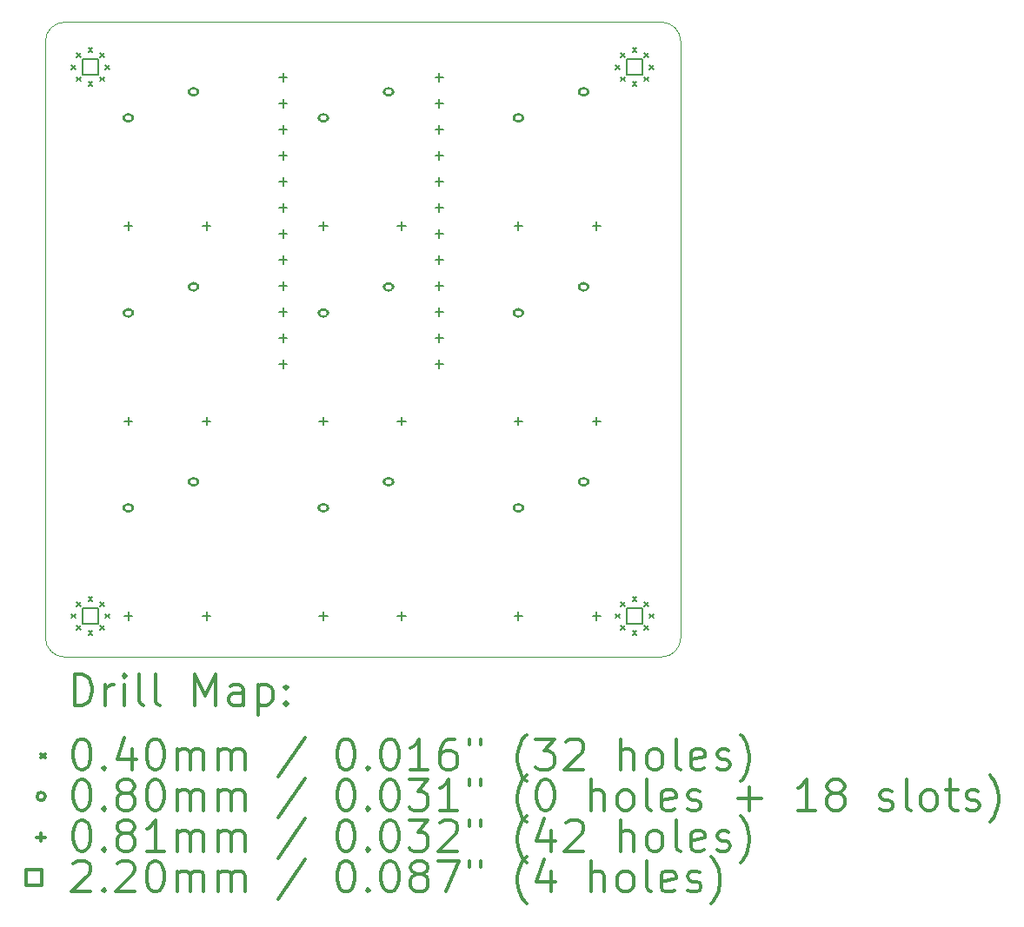
<source format=gbr>
%FSLAX45Y45*%
G04 Gerber Fmt 4.5, Leading zero omitted, Abs format (unit mm)*
G04 Created by KiCad (PCBNEW 5.1.6-1.fc32) date 2020-07-08 21:06:15*
%MOMM*%
%LPD*%
G01*
G04 APERTURE LIST*
%TA.AperFunction,Profile*%
%ADD10C,0.050000*%
%TD*%
%ADD11C,0.200000*%
%ADD12C,0.300000*%
G04 APERTURE END LIST*
D10*
X9000000Y-15000000D02*
X14812500Y-15000000D01*
X8812500Y-9000000D02*
X8812500Y-14812500D01*
X14812500Y-8812500D02*
X9000000Y-8812500D01*
X15000000Y-14812500D02*
X15000000Y-9000000D01*
X15000000Y-14812500D02*
G75*
G02*
X14812500Y-15000000I-187500J0D01*
G01*
X8812500Y-9000000D02*
G75*
G02*
X9000000Y-8812500I187500J0D01*
G01*
X9000000Y-15000000D02*
G75*
G02*
X8812500Y-14812500I0J187500D01*
G01*
X14812500Y-8812500D02*
G75*
G02*
X15000000Y-9000000I0J-187500D01*
G01*
D11*
X14365000Y-14580000D02*
X14405000Y-14620000D01*
X14405000Y-14580000D02*
X14365000Y-14620000D01*
X14413327Y-14463327D02*
X14453327Y-14503327D01*
X14453327Y-14463327D02*
X14413327Y-14503327D01*
X14413327Y-14696673D02*
X14453327Y-14736673D01*
X14453327Y-14696673D02*
X14413327Y-14736673D01*
X14530000Y-14415000D02*
X14570000Y-14455000D01*
X14570000Y-14415000D02*
X14530000Y-14455000D01*
X14530000Y-14745000D02*
X14570000Y-14785000D01*
X14570000Y-14745000D02*
X14530000Y-14785000D01*
X14646673Y-14463327D02*
X14686673Y-14503327D01*
X14686673Y-14463327D02*
X14646673Y-14503327D01*
X14646673Y-14696673D02*
X14686673Y-14736673D01*
X14686673Y-14696673D02*
X14646673Y-14736673D01*
X14695000Y-14580000D02*
X14735000Y-14620000D01*
X14735000Y-14580000D02*
X14695000Y-14620000D01*
X14365000Y-9230000D02*
X14405000Y-9270000D01*
X14405000Y-9230000D02*
X14365000Y-9270000D01*
X14413327Y-9113327D02*
X14453327Y-9153327D01*
X14453327Y-9113327D02*
X14413327Y-9153327D01*
X14413327Y-9346673D02*
X14453327Y-9386673D01*
X14453327Y-9346673D02*
X14413327Y-9386673D01*
X14530000Y-9065000D02*
X14570000Y-9105000D01*
X14570000Y-9065000D02*
X14530000Y-9105000D01*
X14530000Y-9395000D02*
X14570000Y-9435000D01*
X14570000Y-9395000D02*
X14530000Y-9435000D01*
X14646673Y-9113327D02*
X14686673Y-9153327D01*
X14686673Y-9113327D02*
X14646673Y-9153327D01*
X14646673Y-9346673D02*
X14686673Y-9386673D01*
X14686673Y-9346673D02*
X14646673Y-9386673D01*
X14695000Y-9230000D02*
X14735000Y-9270000D01*
X14735000Y-9230000D02*
X14695000Y-9270000D01*
X9065000Y-9230000D02*
X9105000Y-9270000D01*
X9105000Y-9230000D02*
X9065000Y-9270000D01*
X9113327Y-9113327D02*
X9153327Y-9153327D01*
X9153327Y-9113327D02*
X9113327Y-9153327D01*
X9113327Y-9346673D02*
X9153327Y-9386673D01*
X9153327Y-9346673D02*
X9113327Y-9386673D01*
X9230000Y-9065000D02*
X9270000Y-9105000D01*
X9270000Y-9065000D02*
X9230000Y-9105000D01*
X9230000Y-9395000D02*
X9270000Y-9435000D01*
X9270000Y-9395000D02*
X9230000Y-9435000D01*
X9346673Y-9113327D02*
X9386673Y-9153327D01*
X9386673Y-9113327D02*
X9346673Y-9153327D01*
X9346673Y-9346673D02*
X9386673Y-9386673D01*
X9386673Y-9346673D02*
X9346673Y-9386673D01*
X9395000Y-9230000D02*
X9435000Y-9270000D01*
X9435000Y-9230000D02*
X9395000Y-9270000D01*
X9065000Y-14580000D02*
X9105000Y-14620000D01*
X9105000Y-14580000D02*
X9065000Y-14620000D01*
X9113327Y-14463327D02*
X9153327Y-14503327D01*
X9153327Y-14463327D02*
X9113327Y-14503327D01*
X9113327Y-14696673D02*
X9153327Y-14736673D01*
X9153327Y-14696673D02*
X9113327Y-14736673D01*
X9230000Y-14415000D02*
X9270000Y-14455000D01*
X9270000Y-14415000D02*
X9230000Y-14455000D01*
X9230000Y-14745000D02*
X9270000Y-14785000D01*
X9270000Y-14745000D02*
X9230000Y-14785000D01*
X9346673Y-14463327D02*
X9386673Y-14503327D01*
X9386673Y-14463327D02*
X9346673Y-14503327D01*
X9346673Y-14696673D02*
X9386673Y-14736673D01*
X9386673Y-14696673D02*
X9346673Y-14736673D01*
X9395000Y-14580000D02*
X9435000Y-14620000D01*
X9435000Y-14580000D02*
X9395000Y-14620000D01*
X11559000Y-9746000D02*
G75*
G03*
X11559000Y-9746000I-40000J0D01*
G01*
X11499000Y-9776000D02*
X11539000Y-9776000D01*
X11499000Y-9716000D02*
X11539000Y-9716000D01*
X11539000Y-9776000D02*
G75*
G03*
X11539000Y-9716000I0J30000D01*
G01*
X11499000Y-9716000D02*
G75*
G03*
X11499000Y-9776000I0J-30000D01*
G01*
X12194000Y-9492000D02*
G75*
G03*
X12194000Y-9492000I-40000J0D01*
G01*
X12134000Y-9522000D02*
X12174000Y-9522000D01*
X12134000Y-9462000D02*
X12174000Y-9462000D01*
X12174000Y-9522000D02*
G75*
G03*
X12174000Y-9462000I0J30000D01*
G01*
X12134000Y-9462000D02*
G75*
G03*
X12134000Y-9522000I0J-30000D01*
G01*
X13459000Y-13546000D02*
G75*
G03*
X13459000Y-13546000I-40000J0D01*
G01*
X13399000Y-13576000D02*
X13439000Y-13576000D01*
X13399000Y-13516000D02*
X13439000Y-13516000D01*
X13439000Y-13576000D02*
G75*
G03*
X13439000Y-13516000I0J30000D01*
G01*
X13399000Y-13516000D02*
G75*
G03*
X13399000Y-13576000I0J-30000D01*
G01*
X14094000Y-13292000D02*
G75*
G03*
X14094000Y-13292000I-40000J0D01*
G01*
X14034000Y-13322000D02*
X14074000Y-13322000D01*
X14034000Y-13262000D02*
X14074000Y-13262000D01*
X14074000Y-13322000D02*
G75*
G03*
X14074000Y-13262000I0J30000D01*
G01*
X14034000Y-13262000D02*
G75*
G03*
X14034000Y-13322000I0J-30000D01*
G01*
X13459000Y-11646000D02*
G75*
G03*
X13459000Y-11646000I-40000J0D01*
G01*
X13399000Y-11676000D02*
X13439000Y-11676000D01*
X13399000Y-11616000D02*
X13439000Y-11616000D01*
X13439000Y-11676000D02*
G75*
G03*
X13439000Y-11616000I0J30000D01*
G01*
X13399000Y-11616000D02*
G75*
G03*
X13399000Y-11676000I0J-30000D01*
G01*
X14094000Y-11392000D02*
G75*
G03*
X14094000Y-11392000I-40000J0D01*
G01*
X14034000Y-11422000D02*
X14074000Y-11422000D01*
X14034000Y-11362000D02*
X14074000Y-11362000D01*
X14074000Y-11422000D02*
G75*
G03*
X14074000Y-11362000I0J30000D01*
G01*
X14034000Y-11362000D02*
G75*
G03*
X14034000Y-11422000I0J-30000D01*
G01*
X9659000Y-13546000D02*
G75*
G03*
X9659000Y-13546000I-40000J0D01*
G01*
X9599000Y-13576000D02*
X9639000Y-13576000D01*
X9599000Y-13516000D02*
X9639000Y-13516000D01*
X9639000Y-13576000D02*
G75*
G03*
X9639000Y-13516000I0J30000D01*
G01*
X9599000Y-13516000D02*
G75*
G03*
X9599000Y-13576000I0J-30000D01*
G01*
X10294000Y-13292000D02*
G75*
G03*
X10294000Y-13292000I-40000J0D01*
G01*
X10234000Y-13322000D02*
X10274000Y-13322000D01*
X10234000Y-13262000D02*
X10274000Y-13262000D01*
X10274000Y-13322000D02*
G75*
G03*
X10274000Y-13262000I0J30000D01*
G01*
X10234000Y-13262000D02*
G75*
G03*
X10234000Y-13322000I0J-30000D01*
G01*
X13459000Y-9746000D02*
G75*
G03*
X13459000Y-9746000I-40000J0D01*
G01*
X13399000Y-9776000D02*
X13439000Y-9776000D01*
X13399000Y-9716000D02*
X13439000Y-9716000D01*
X13439000Y-9776000D02*
G75*
G03*
X13439000Y-9716000I0J30000D01*
G01*
X13399000Y-9716000D02*
G75*
G03*
X13399000Y-9776000I0J-30000D01*
G01*
X14094000Y-9492000D02*
G75*
G03*
X14094000Y-9492000I-40000J0D01*
G01*
X14034000Y-9522000D02*
X14074000Y-9522000D01*
X14034000Y-9462000D02*
X14074000Y-9462000D01*
X14074000Y-9522000D02*
G75*
G03*
X14074000Y-9462000I0J30000D01*
G01*
X14034000Y-9462000D02*
G75*
G03*
X14034000Y-9522000I0J-30000D01*
G01*
X11559000Y-13546000D02*
G75*
G03*
X11559000Y-13546000I-40000J0D01*
G01*
X11499000Y-13576000D02*
X11539000Y-13576000D01*
X11499000Y-13516000D02*
X11539000Y-13516000D01*
X11539000Y-13576000D02*
G75*
G03*
X11539000Y-13516000I0J30000D01*
G01*
X11499000Y-13516000D02*
G75*
G03*
X11499000Y-13576000I0J-30000D01*
G01*
X12194000Y-13292000D02*
G75*
G03*
X12194000Y-13292000I-40000J0D01*
G01*
X12134000Y-13322000D02*
X12174000Y-13322000D01*
X12134000Y-13262000D02*
X12174000Y-13262000D01*
X12174000Y-13322000D02*
G75*
G03*
X12174000Y-13262000I0J30000D01*
G01*
X12134000Y-13262000D02*
G75*
G03*
X12134000Y-13322000I0J-30000D01*
G01*
X9659000Y-11646000D02*
G75*
G03*
X9659000Y-11646000I-40000J0D01*
G01*
X9599000Y-11676000D02*
X9639000Y-11676000D01*
X9599000Y-11616000D02*
X9639000Y-11616000D01*
X9639000Y-11676000D02*
G75*
G03*
X9639000Y-11616000I0J30000D01*
G01*
X9599000Y-11616000D02*
G75*
G03*
X9599000Y-11676000I0J-30000D01*
G01*
X10294000Y-11392000D02*
G75*
G03*
X10294000Y-11392000I-40000J0D01*
G01*
X10234000Y-11422000D02*
X10274000Y-11422000D01*
X10234000Y-11362000D02*
X10274000Y-11362000D01*
X10274000Y-11422000D02*
G75*
G03*
X10274000Y-11362000I0J30000D01*
G01*
X10234000Y-11362000D02*
G75*
G03*
X10234000Y-11422000I0J-30000D01*
G01*
X9659000Y-9746000D02*
G75*
G03*
X9659000Y-9746000I-40000J0D01*
G01*
X9599000Y-9776000D02*
X9639000Y-9776000D01*
X9599000Y-9716000D02*
X9639000Y-9716000D01*
X9639000Y-9776000D02*
G75*
G03*
X9639000Y-9716000I0J30000D01*
G01*
X9599000Y-9716000D02*
G75*
G03*
X9599000Y-9776000I0J-30000D01*
G01*
X10294000Y-9492000D02*
G75*
G03*
X10294000Y-9492000I-40000J0D01*
G01*
X10234000Y-9522000D02*
X10274000Y-9522000D01*
X10234000Y-9462000D02*
X10274000Y-9462000D01*
X10274000Y-9522000D02*
G75*
G03*
X10274000Y-9462000I0J30000D01*
G01*
X10234000Y-9462000D02*
G75*
G03*
X10234000Y-9522000I0J-30000D01*
G01*
X11559000Y-11646000D02*
G75*
G03*
X11559000Y-11646000I-40000J0D01*
G01*
X11499000Y-11676000D02*
X11539000Y-11676000D01*
X11499000Y-11616000D02*
X11539000Y-11616000D01*
X11539000Y-11676000D02*
G75*
G03*
X11539000Y-11616000I0J30000D01*
G01*
X11499000Y-11616000D02*
G75*
G03*
X11499000Y-11676000I0J-30000D01*
G01*
X12194000Y-11392000D02*
G75*
G03*
X12194000Y-11392000I-40000J0D01*
G01*
X12134000Y-11422000D02*
X12174000Y-11422000D01*
X12134000Y-11362000D02*
X12174000Y-11362000D01*
X12174000Y-11422000D02*
G75*
G03*
X12174000Y-11362000I0J30000D01*
G01*
X12134000Y-11362000D02*
G75*
G03*
X12134000Y-11422000I0J-30000D01*
G01*
X9619000Y-12659360D02*
X9619000Y-12740640D01*
X9578360Y-12700000D02*
X9659640Y-12700000D01*
X10381000Y-12659360D02*
X10381000Y-12740640D01*
X10340360Y-12700000D02*
X10421640Y-12700000D01*
X11519000Y-14559360D02*
X11519000Y-14640640D01*
X11478360Y-14600000D02*
X11559640Y-14600000D01*
X12281000Y-14559360D02*
X12281000Y-14640640D01*
X12240360Y-14600000D02*
X12321640Y-14600000D01*
X9619000Y-10759360D02*
X9619000Y-10840640D01*
X9578360Y-10800000D02*
X9659640Y-10800000D01*
X10381000Y-10759360D02*
X10381000Y-10840640D01*
X10340360Y-10800000D02*
X10421640Y-10800000D01*
X11519000Y-12659360D02*
X11519000Y-12740640D01*
X11478360Y-12700000D02*
X11559640Y-12700000D01*
X12281000Y-12659360D02*
X12281000Y-12740640D01*
X12240360Y-12700000D02*
X12321640Y-12700000D01*
X9619000Y-14559360D02*
X9619000Y-14640640D01*
X9578360Y-14600000D02*
X9659640Y-14600000D01*
X10381000Y-14559360D02*
X10381000Y-14640640D01*
X10340360Y-14600000D02*
X10421640Y-14600000D01*
X11126360Y-9311560D02*
X11126360Y-9392840D01*
X11085720Y-9352200D02*
X11167000Y-9352200D01*
X11126360Y-9565560D02*
X11126360Y-9646840D01*
X11085720Y-9606200D02*
X11167000Y-9606200D01*
X11126360Y-9819560D02*
X11126360Y-9900840D01*
X11085720Y-9860200D02*
X11167000Y-9860200D01*
X11126360Y-10073560D02*
X11126360Y-10154840D01*
X11085720Y-10114200D02*
X11167000Y-10114200D01*
X11126360Y-10327560D02*
X11126360Y-10408840D01*
X11085720Y-10368200D02*
X11167000Y-10368200D01*
X11126360Y-10581560D02*
X11126360Y-10662840D01*
X11085720Y-10622200D02*
X11167000Y-10622200D01*
X11126360Y-10835560D02*
X11126360Y-10916840D01*
X11085720Y-10876200D02*
X11167000Y-10876200D01*
X11126360Y-11089560D02*
X11126360Y-11170840D01*
X11085720Y-11130200D02*
X11167000Y-11130200D01*
X11126360Y-11343560D02*
X11126360Y-11424840D01*
X11085720Y-11384200D02*
X11167000Y-11384200D01*
X11126360Y-11597560D02*
X11126360Y-11678840D01*
X11085720Y-11638200D02*
X11167000Y-11638200D01*
X11126360Y-11851560D02*
X11126360Y-11932840D01*
X11085720Y-11892200D02*
X11167000Y-11892200D01*
X11126360Y-12105560D02*
X11126360Y-12186840D01*
X11085720Y-12146200D02*
X11167000Y-12146200D01*
X12648360Y-9311560D02*
X12648360Y-9392840D01*
X12607720Y-9352200D02*
X12689000Y-9352200D01*
X12648360Y-9565560D02*
X12648360Y-9646840D01*
X12607720Y-9606200D02*
X12689000Y-9606200D01*
X12648360Y-9819560D02*
X12648360Y-9900840D01*
X12607720Y-9860200D02*
X12689000Y-9860200D01*
X12648360Y-10073560D02*
X12648360Y-10154840D01*
X12607720Y-10114200D02*
X12689000Y-10114200D01*
X12648360Y-10327560D02*
X12648360Y-10408840D01*
X12607720Y-10368200D02*
X12689000Y-10368200D01*
X12648360Y-10581560D02*
X12648360Y-10662840D01*
X12607720Y-10622200D02*
X12689000Y-10622200D01*
X12648360Y-10835560D02*
X12648360Y-10916840D01*
X12607720Y-10876200D02*
X12689000Y-10876200D01*
X12648360Y-11089560D02*
X12648360Y-11170840D01*
X12607720Y-11130200D02*
X12689000Y-11130200D01*
X12648360Y-11343560D02*
X12648360Y-11424840D01*
X12607720Y-11384200D02*
X12689000Y-11384200D01*
X12648360Y-11597560D02*
X12648360Y-11678840D01*
X12607720Y-11638200D02*
X12689000Y-11638200D01*
X12648360Y-11851560D02*
X12648360Y-11932840D01*
X12607720Y-11892200D02*
X12689000Y-11892200D01*
X12648360Y-12105560D02*
X12648360Y-12186840D01*
X12607720Y-12146200D02*
X12689000Y-12146200D01*
X13419000Y-12659360D02*
X13419000Y-12740640D01*
X13378360Y-12700000D02*
X13459640Y-12700000D01*
X14181000Y-12659360D02*
X14181000Y-12740640D01*
X14140360Y-12700000D02*
X14221640Y-12700000D01*
X13419000Y-14559360D02*
X13419000Y-14640640D01*
X13378360Y-14600000D02*
X13459640Y-14600000D01*
X14181000Y-14559360D02*
X14181000Y-14640640D01*
X14140360Y-14600000D02*
X14221640Y-14600000D01*
X13419000Y-10759360D02*
X13419000Y-10840640D01*
X13378360Y-10800000D02*
X13459640Y-10800000D01*
X14181000Y-10759360D02*
X14181000Y-10840640D01*
X14140360Y-10800000D02*
X14221640Y-10800000D01*
X11519000Y-10759360D02*
X11519000Y-10840640D01*
X11478360Y-10800000D02*
X11559640Y-10800000D01*
X12281000Y-10759360D02*
X12281000Y-10840640D01*
X12240360Y-10800000D02*
X12321640Y-10800000D01*
X14627782Y-14677782D02*
X14627782Y-14522217D01*
X14472217Y-14522217D01*
X14472217Y-14677782D01*
X14627782Y-14677782D01*
X14627782Y-9327783D02*
X14627782Y-9172218D01*
X14472217Y-9172218D01*
X14472217Y-9327783D01*
X14627782Y-9327783D01*
X9327783Y-9327783D02*
X9327783Y-9172218D01*
X9172218Y-9172218D01*
X9172218Y-9327783D01*
X9327783Y-9327783D01*
X9327783Y-14677782D02*
X9327783Y-14522217D01*
X9172218Y-14522217D01*
X9172218Y-14677782D01*
X9327783Y-14677782D01*
D12*
X9096428Y-15468214D02*
X9096428Y-15168214D01*
X9167857Y-15168214D01*
X9210714Y-15182500D01*
X9239286Y-15211071D01*
X9253571Y-15239643D01*
X9267857Y-15296786D01*
X9267857Y-15339643D01*
X9253571Y-15396786D01*
X9239286Y-15425357D01*
X9210714Y-15453929D01*
X9167857Y-15468214D01*
X9096428Y-15468214D01*
X9396428Y-15468214D02*
X9396428Y-15268214D01*
X9396428Y-15325357D02*
X9410714Y-15296786D01*
X9425000Y-15282500D01*
X9453571Y-15268214D01*
X9482143Y-15268214D01*
X9582143Y-15468214D02*
X9582143Y-15268214D01*
X9582143Y-15168214D02*
X9567857Y-15182500D01*
X9582143Y-15196786D01*
X9596428Y-15182500D01*
X9582143Y-15168214D01*
X9582143Y-15196786D01*
X9767857Y-15468214D02*
X9739286Y-15453929D01*
X9725000Y-15425357D01*
X9725000Y-15168214D01*
X9925000Y-15468214D02*
X9896428Y-15453929D01*
X9882143Y-15425357D01*
X9882143Y-15168214D01*
X10267857Y-15468214D02*
X10267857Y-15168214D01*
X10367857Y-15382500D01*
X10467857Y-15168214D01*
X10467857Y-15468214D01*
X10739286Y-15468214D02*
X10739286Y-15311071D01*
X10725000Y-15282500D01*
X10696428Y-15268214D01*
X10639286Y-15268214D01*
X10610714Y-15282500D01*
X10739286Y-15453929D02*
X10710714Y-15468214D01*
X10639286Y-15468214D01*
X10610714Y-15453929D01*
X10596428Y-15425357D01*
X10596428Y-15396786D01*
X10610714Y-15368214D01*
X10639286Y-15353929D01*
X10710714Y-15353929D01*
X10739286Y-15339643D01*
X10882143Y-15268214D02*
X10882143Y-15568214D01*
X10882143Y-15282500D02*
X10910714Y-15268214D01*
X10967857Y-15268214D01*
X10996428Y-15282500D01*
X11010714Y-15296786D01*
X11025000Y-15325357D01*
X11025000Y-15411071D01*
X11010714Y-15439643D01*
X10996428Y-15453929D01*
X10967857Y-15468214D01*
X10910714Y-15468214D01*
X10882143Y-15453929D01*
X11153571Y-15439643D02*
X11167857Y-15453929D01*
X11153571Y-15468214D01*
X11139286Y-15453929D01*
X11153571Y-15439643D01*
X11153571Y-15468214D01*
X11153571Y-15282500D02*
X11167857Y-15296786D01*
X11153571Y-15311071D01*
X11139286Y-15296786D01*
X11153571Y-15282500D01*
X11153571Y-15311071D01*
X8770000Y-15942500D02*
X8810000Y-15982500D01*
X8810000Y-15942500D02*
X8770000Y-15982500D01*
X9153571Y-15798214D02*
X9182143Y-15798214D01*
X9210714Y-15812500D01*
X9225000Y-15826786D01*
X9239286Y-15855357D01*
X9253571Y-15912500D01*
X9253571Y-15983929D01*
X9239286Y-16041071D01*
X9225000Y-16069643D01*
X9210714Y-16083929D01*
X9182143Y-16098214D01*
X9153571Y-16098214D01*
X9125000Y-16083929D01*
X9110714Y-16069643D01*
X9096428Y-16041071D01*
X9082143Y-15983929D01*
X9082143Y-15912500D01*
X9096428Y-15855357D01*
X9110714Y-15826786D01*
X9125000Y-15812500D01*
X9153571Y-15798214D01*
X9382143Y-16069643D02*
X9396428Y-16083929D01*
X9382143Y-16098214D01*
X9367857Y-16083929D01*
X9382143Y-16069643D01*
X9382143Y-16098214D01*
X9653571Y-15898214D02*
X9653571Y-16098214D01*
X9582143Y-15783929D02*
X9510714Y-15998214D01*
X9696428Y-15998214D01*
X9867857Y-15798214D02*
X9896428Y-15798214D01*
X9925000Y-15812500D01*
X9939286Y-15826786D01*
X9953571Y-15855357D01*
X9967857Y-15912500D01*
X9967857Y-15983929D01*
X9953571Y-16041071D01*
X9939286Y-16069643D01*
X9925000Y-16083929D01*
X9896428Y-16098214D01*
X9867857Y-16098214D01*
X9839286Y-16083929D01*
X9825000Y-16069643D01*
X9810714Y-16041071D01*
X9796428Y-15983929D01*
X9796428Y-15912500D01*
X9810714Y-15855357D01*
X9825000Y-15826786D01*
X9839286Y-15812500D01*
X9867857Y-15798214D01*
X10096428Y-16098214D02*
X10096428Y-15898214D01*
X10096428Y-15926786D02*
X10110714Y-15912500D01*
X10139286Y-15898214D01*
X10182143Y-15898214D01*
X10210714Y-15912500D01*
X10225000Y-15941071D01*
X10225000Y-16098214D01*
X10225000Y-15941071D02*
X10239286Y-15912500D01*
X10267857Y-15898214D01*
X10310714Y-15898214D01*
X10339286Y-15912500D01*
X10353571Y-15941071D01*
X10353571Y-16098214D01*
X10496428Y-16098214D02*
X10496428Y-15898214D01*
X10496428Y-15926786D02*
X10510714Y-15912500D01*
X10539286Y-15898214D01*
X10582143Y-15898214D01*
X10610714Y-15912500D01*
X10625000Y-15941071D01*
X10625000Y-16098214D01*
X10625000Y-15941071D02*
X10639286Y-15912500D01*
X10667857Y-15898214D01*
X10710714Y-15898214D01*
X10739286Y-15912500D01*
X10753571Y-15941071D01*
X10753571Y-16098214D01*
X11339286Y-15783929D02*
X11082143Y-16169643D01*
X11725000Y-15798214D02*
X11753571Y-15798214D01*
X11782143Y-15812500D01*
X11796428Y-15826786D01*
X11810714Y-15855357D01*
X11825000Y-15912500D01*
X11825000Y-15983929D01*
X11810714Y-16041071D01*
X11796428Y-16069643D01*
X11782143Y-16083929D01*
X11753571Y-16098214D01*
X11725000Y-16098214D01*
X11696428Y-16083929D01*
X11682143Y-16069643D01*
X11667857Y-16041071D01*
X11653571Y-15983929D01*
X11653571Y-15912500D01*
X11667857Y-15855357D01*
X11682143Y-15826786D01*
X11696428Y-15812500D01*
X11725000Y-15798214D01*
X11953571Y-16069643D02*
X11967857Y-16083929D01*
X11953571Y-16098214D01*
X11939286Y-16083929D01*
X11953571Y-16069643D01*
X11953571Y-16098214D01*
X12153571Y-15798214D02*
X12182143Y-15798214D01*
X12210714Y-15812500D01*
X12225000Y-15826786D01*
X12239286Y-15855357D01*
X12253571Y-15912500D01*
X12253571Y-15983929D01*
X12239286Y-16041071D01*
X12225000Y-16069643D01*
X12210714Y-16083929D01*
X12182143Y-16098214D01*
X12153571Y-16098214D01*
X12125000Y-16083929D01*
X12110714Y-16069643D01*
X12096428Y-16041071D01*
X12082143Y-15983929D01*
X12082143Y-15912500D01*
X12096428Y-15855357D01*
X12110714Y-15826786D01*
X12125000Y-15812500D01*
X12153571Y-15798214D01*
X12539286Y-16098214D02*
X12367857Y-16098214D01*
X12453571Y-16098214D02*
X12453571Y-15798214D01*
X12425000Y-15841071D01*
X12396428Y-15869643D01*
X12367857Y-15883929D01*
X12796428Y-15798214D02*
X12739286Y-15798214D01*
X12710714Y-15812500D01*
X12696428Y-15826786D01*
X12667857Y-15869643D01*
X12653571Y-15926786D01*
X12653571Y-16041071D01*
X12667857Y-16069643D01*
X12682143Y-16083929D01*
X12710714Y-16098214D01*
X12767857Y-16098214D01*
X12796428Y-16083929D01*
X12810714Y-16069643D01*
X12825000Y-16041071D01*
X12825000Y-15969643D01*
X12810714Y-15941071D01*
X12796428Y-15926786D01*
X12767857Y-15912500D01*
X12710714Y-15912500D01*
X12682143Y-15926786D01*
X12667857Y-15941071D01*
X12653571Y-15969643D01*
X12939286Y-15798214D02*
X12939286Y-15855357D01*
X13053571Y-15798214D02*
X13053571Y-15855357D01*
X13496428Y-16212500D02*
X13482143Y-16198214D01*
X13453571Y-16155357D01*
X13439286Y-16126786D01*
X13425000Y-16083929D01*
X13410714Y-16012500D01*
X13410714Y-15955357D01*
X13425000Y-15883929D01*
X13439286Y-15841071D01*
X13453571Y-15812500D01*
X13482143Y-15769643D01*
X13496428Y-15755357D01*
X13582143Y-15798214D02*
X13767857Y-15798214D01*
X13667857Y-15912500D01*
X13710714Y-15912500D01*
X13739286Y-15926786D01*
X13753571Y-15941071D01*
X13767857Y-15969643D01*
X13767857Y-16041071D01*
X13753571Y-16069643D01*
X13739286Y-16083929D01*
X13710714Y-16098214D01*
X13625000Y-16098214D01*
X13596428Y-16083929D01*
X13582143Y-16069643D01*
X13882143Y-15826786D02*
X13896428Y-15812500D01*
X13925000Y-15798214D01*
X13996428Y-15798214D01*
X14025000Y-15812500D01*
X14039286Y-15826786D01*
X14053571Y-15855357D01*
X14053571Y-15883929D01*
X14039286Y-15926786D01*
X13867857Y-16098214D01*
X14053571Y-16098214D01*
X14410714Y-16098214D02*
X14410714Y-15798214D01*
X14539286Y-16098214D02*
X14539286Y-15941071D01*
X14525000Y-15912500D01*
X14496428Y-15898214D01*
X14453571Y-15898214D01*
X14425000Y-15912500D01*
X14410714Y-15926786D01*
X14725000Y-16098214D02*
X14696428Y-16083929D01*
X14682143Y-16069643D01*
X14667857Y-16041071D01*
X14667857Y-15955357D01*
X14682143Y-15926786D01*
X14696428Y-15912500D01*
X14725000Y-15898214D01*
X14767857Y-15898214D01*
X14796428Y-15912500D01*
X14810714Y-15926786D01*
X14825000Y-15955357D01*
X14825000Y-16041071D01*
X14810714Y-16069643D01*
X14796428Y-16083929D01*
X14767857Y-16098214D01*
X14725000Y-16098214D01*
X14996428Y-16098214D02*
X14967857Y-16083929D01*
X14953571Y-16055357D01*
X14953571Y-15798214D01*
X15225000Y-16083929D02*
X15196428Y-16098214D01*
X15139286Y-16098214D01*
X15110714Y-16083929D01*
X15096428Y-16055357D01*
X15096428Y-15941071D01*
X15110714Y-15912500D01*
X15139286Y-15898214D01*
X15196428Y-15898214D01*
X15225000Y-15912500D01*
X15239286Y-15941071D01*
X15239286Y-15969643D01*
X15096428Y-15998214D01*
X15353571Y-16083929D02*
X15382143Y-16098214D01*
X15439286Y-16098214D01*
X15467857Y-16083929D01*
X15482143Y-16055357D01*
X15482143Y-16041071D01*
X15467857Y-16012500D01*
X15439286Y-15998214D01*
X15396428Y-15998214D01*
X15367857Y-15983929D01*
X15353571Y-15955357D01*
X15353571Y-15941071D01*
X15367857Y-15912500D01*
X15396428Y-15898214D01*
X15439286Y-15898214D01*
X15467857Y-15912500D01*
X15582143Y-16212500D02*
X15596428Y-16198214D01*
X15625000Y-16155357D01*
X15639286Y-16126786D01*
X15653571Y-16083929D01*
X15667857Y-16012500D01*
X15667857Y-15955357D01*
X15653571Y-15883929D01*
X15639286Y-15841071D01*
X15625000Y-15812500D01*
X15596428Y-15769643D01*
X15582143Y-15755357D01*
X8810000Y-16358500D02*
G75*
G03*
X8810000Y-16358500I-40000J0D01*
G01*
X9153571Y-16194214D02*
X9182143Y-16194214D01*
X9210714Y-16208500D01*
X9225000Y-16222786D01*
X9239286Y-16251357D01*
X9253571Y-16308500D01*
X9253571Y-16379929D01*
X9239286Y-16437071D01*
X9225000Y-16465643D01*
X9210714Y-16479929D01*
X9182143Y-16494214D01*
X9153571Y-16494214D01*
X9125000Y-16479929D01*
X9110714Y-16465643D01*
X9096428Y-16437071D01*
X9082143Y-16379929D01*
X9082143Y-16308500D01*
X9096428Y-16251357D01*
X9110714Y-16222786D01*
X9125000Y-16208500D01*
X9153571Y-16194214D01*
X9382143Y-16465643D02*
X9396428Y-16479929D01*
X9382143Y-16494214D01*
X9367857Y-16479929D01*
X9382143Y-16465643D01*
X9382143Y-16494214D01*
X9567857Y-16322786D02*
X9539286Y-16308500D01*
X9525000Y-16294214D01*
X9510714Y-16265643D01*
X9510714Y-16251357D01*
X9525000Y-16222786D01*
X9539286Y-16208500D01*
X9567857Y-16194214D01*
X9625000Y-16194214D01*
X9653571Y-16208500D01*
X9667857Y-16222786D01*
X9682143Y-16251357D01*
X9682143Y-16265643D01*
X9667857Y-16294214D01*
X9653571Y-16308500D01*
X9625000Y-16322786D01*
X9567857Y-16322786D01*
X9539286Y-16337071D01*
X9525000Y-16351357D01*
X9510714Y-16379929D01*
X9510714Y-16437071D01*
X9525000Y-16465643D01*
X9539286Y-16479929D01*
X9567857Y-16494214D01*
X9625000Y-16494214D01*
X9653571Y-16479929D01*
X9667857Y-16465643D01*
X9682143Y-16437071D01*
X9682143Y-16379929D01*
X9667857Y-16351357D01*
X9653571Y-16337071D01*
X9625000Y-16322786D01*
X9867857Y-16194214D02*
X9896428Y-16194214D01*
X9925000Y-16208500D01*
X9939286Y-16222786D01*
X9953571Y-16251357D01*
X9967857Y-16308500D01*
X9967857Y-16379929D01*
X9953571Y-16437071D01*
X9939286Y-16465643D01*
X9925000Y-16479929D01*
X9896428Y-16494214D01*
X9867857Y-16494214D01*
X9839286Y-16479929D01*
X9825000Y-16465643D01*
X9810714Y-16437071D01*
X9796428Y-16379929D01*
X9796428Y-16308500D01*
X9810714Y-16251357D01*
X9825000Y-16222786D01*
X9839286Y-16208500D01*
X9867857Y-16194214D01*
X10096428Y-16494214D02*
X10096428Y-16294214D01*
X10096428Y-16322786D02*
X10110714Y-16308500D01*
X10139286Y-16294214D01*
X10182143Y-16294214D01*
X10210714Y-16308500D01*
X10225000Y-16337071D01*
X10225000Y-16494214D01*
X10225000Y-16337071D02*
X10239286Y-16308500D01*
X10267857Y-16294214D01*
X10310714Y-16294214D01*
X10339286Y-16308500D01*
X10353571Y-16337071D01*
X10353571Y-16494214D01*
X10496428Y-16494214D02*
X10496428Y-16294214D01*
X10496428Y-16322786D02*
X10510714Y-16308500D01*
X10539286Y-16294214D01*
X10582143Y-16294214D01*
X10610714Y-16308500D01*
X10625000Y-16337071D01*
X10625000Y-16494214D01*
X10625000Y-16337071D02*
X10639286Y-16308500D01*
X10667857Y-16294214D01*
X10710714Y-16294214D01*
X10739286Y-16308500D01*
X10753571Y-16337071D01*
X10753571Y-16494214D01*
X11339286Y-16179929D02*
X11082143Y-16565643D01*
X11725000Y-16194214D02*
X11753571Y-16194214D01*
X11782143Y-16208500D01*
X11796428Y-16222786D01*
X11810714Y-16251357D01*
X11825000Y-16308500D01*
X11825000Y-16379929D01*
X11810714Y-16437071D01*
X11796428Y-16465643D01*
X11782143Y-16479929D01*
X11753571Y-16494214D01*
X11725000Y-16494214D01*
X11696428Y-16479929D01*
X11682143Y-16465643D01*
X11667857Y-16437071D01*
X11653571Y-16379929D01*
X11653571Y-16308500D01*
X11667857Y-16251357D01*
X11682143Y-16222786D01*
X11696428Y-16208500D01*
X11725000Y-16194214D01*
X11953571Y-16465643D02*
X11967857Y-16479929D01*
X11953571Y-16494214D01*
X11939286Y-16479929D01*
X11953571Y-16465643D01*
X11953571Y-16494214D01*
X12153571Y-16194214D02*
X12182143Y-16194214D01*
X12210714Y-16208500D01*
X12225000Y-16222786D01*
X12239286Y-16251357D01*
X12253571Y-16308500D01*
X12253571Y-16379929D01*
X12239286Y-16437071D01*
X12225000Y-16465643D01*
X12210714Y-16479929D01*
X12182143Y-16494214D01*
X12153571Y-16494214D01*
X12125000Y-16479929D01*
X12110714Y-16465643D01*
X12096428Y-16437071D01*
X12082143Y-16379929D01*
X12082143Y-16308500D01*
X12096428Y-16251357D01*
X12110714Y-16222786D01*
X12125000Y-16208500D01*
X12153571Y-16194214D01*
X12353571Y-16194214D02*
X12539286Y-16194214D01*
X12439286Y-16308500D01*
X12482143Y-16308500D01*
X12510714Y-16322786D01*
X12525000Y-16337071D01*
X12539286Y-16365643D01*
X12539286Y-16437071D01*
X12525000Y-16465643D01*
X12510714Y-16479929D01*
X12482143Y-16494214D01*
X12396428Y-16494214D01*
X12367857Y-16479929D01*
X12353571Y-16465643D01*
X12825000Y-16494214D02*
X12653571Y-16494214D01*
X12739286Y-16494214D02*
X12739286Y-16194214D01*
X12710714Y-16237071D01*
X12682143Y-16265643D01*
X12653571Y-16279929D01*
X12939286Y-16194214D02*
X12939286Y-16251357D01*
X13053571Y-16194214D02*
X13053571Y-16251357D01*
X13496428Y-16608500D02*
X13482143Y-16594214D01*
X13453571Y-16551357D01*
X13439286Y-16522786D01*
X13425000Y-16479929D01*
X13410714Y-16408500D01*
X13410714Y-16351357D01*
X13425000Y-16279929D01*
X13439286Y-16237071D01*
X13453571Y-16208500D01*
X13482143Y-16165643D01*
X13496428Y-16151357D01*
X13667857Y-16194214D02*
X13696428Y-16194214D01*
X13725000Y-16208500D01*
X13739286Y-16222786D01*
X13753571Y-16251357D01*
X13767857Y-16308500D01*
X13767857Y-16379929D01*
X13753571Y-16437071D01*
X13739286Y-16465643D01*
X13725000Y-16479929D01*
X13696428Y-16494214D01*
X13667857Y-16494214D01*
X13639286Y-16479929D01*
X13625000Y-16465643D01*
X13610714Y-16437071D01*
X13596428Y-16379929D01*
X13596428Y-16308500D01*
X13610714Y-16251357D01*
X13625000Y-16222786D01*
X13639286Y-16208500D01*
X13667857Y-16194214D01*
X14125000Y-16494214D02*
X14125000Y-16194214D01*
X14253571Y-16494214D02*
X14253571Y-16337071D01*
X14239286Y-16308500D01*
X14210714Y-16294214D01*
X14167857Y-16294214D01*
X14139286Y-16308500D01*
X14125000Y-16322786D01*
X14439286Y-16494214D02*
X14410714Y-16479929D01*
X14396428Y-16465643D01*
X14382143Y-16437071D01*
X14382143Y-16351357D01*
X14396428Y-16322786D01*
X14410714Y-16308500D01*
X14439286Y-16294214D01*
X14482143Y-16294214D01*
X14510714Y-16308500D01*
X14525000Y-16322786D01*
X14539286Y-16351357D01*
X14539286Y-16437071D01*
X14525000Y-16465643D01*
X14510714Y-16479929D01*
X14482143Y-16494214D01*
X14439286Y-16494214D01*
X14710714Y-16494214D02*
X14682143Y-16479929D01*
X14667857Y-16451357D01*
X14667857Y-16194214D01*
X14939286Y-16479929D02*
X14910714Y-16494214D01*
X14853571Y-16494214D01*
X14825000Y-16479929D01*
X14810714Y-16451357D01*
X14810714Y-16337071D01*
X14825000Y-16308500D01*
X14853571Y-16294214D01*
X14910714Y-16294214D01*
X14939286Y-16308500D01*
X14953571Y-16337071D01*
X14953571Y-16365643D01*
X14810714Y-16394214D01*
X15067857Y-16479929D02*
X15096428Y-16494214D01*
X15153571Y-16494214D01*
X15182143Y-16479929D01*
X15196428Y-16451357D01*
X15196428Y-16437071D01*
X15182143Y-16408500D01*
X15153571Y-16394214D01*
X15110714Y-16394214D01*
X15082143Y-16379929D01*
X15067857Y-16351357D01*
X15067857Y-16337071D01*
X15082143Y-16308500D01*
X15110714Y-16294214D01*
X15153571Y-16294214D01*
X15182143Y-16308500D01*
X15553571Y-16379929D02*
X15782143Y-16379929D01*
X15667857Y-16494214D02*
X15667857Y-16265643D01*
X16310714Y-16494214D02*
X16139286Y-16494214D01*
X16225000Y-16494214D02*
X16225000Y-16194214D01*
X16196428Y-16237071D01*
X16167857Y-16265643D01*
X16139286Y-16279929D01*
X16482143Y-16322786D02*
X16453571Y-16308500D01*
X16439286Y-16294214D01*
X16425000Y-16265643D01*
X16425000Y-16251357D01*
X16439286Y-16222786D01*
X16453571Y-16208500D01*
X16482143Y-16194214D01*
X16539286Y-16194214D01*
X16567857Y-16208500D01*
X16582143Y-16222786D01*
X16596428Y-16251357D01*
X16596428Y-16265643D01*
X16582143Y-16294214D01*
X16567857Y-16308500D01*
X16539286Y-16322786D01*
X16482143Y-16322786D01*
X16453571Y-16337071D01*
X16439286Y-16351357D01*
X16425000Y-16379929D01*
X16425000Y-16437071D01*
X16439286Y-16465643D01*
X16453571Y-16479929D01*
X16482143Y-16494214D01*
X16539286Y-16494214D01*
X16567857Y-16479929D01*
X16582143Y-16465643D01*
X16596428Y-16437071D01*
X16596428Y-16379929D01*
X16582143Y-16351357D01*
X16567857Y-16337071D01*
X16539286Y-16322786D01*
X16939286Y-16479929D02*
X16967857Y-16494214D01*
X17025000Y-16494214D01*
X17053571Y-16479929D01*
X17067857Y-16451357D01*
X17067857Y-16437071D01*
X17053571Y-16408500D01*
X17025000Y-16394214D01*
X16982143Y-16394214D01*
X16953571Y-16379929D01*
X16939286Y-16351357D01*
X16939286Y-16337071D01*
X16953571Y-16308500D01*
X16982143Y-16294214D01*
X17025000Y-16294214D01*
X17053571Y-16308500D01*
X17239286Y-16494214D02*
X17210714Y-16479929D01*
X17196428Y-16451357D01*
X17196428Y-16194214D01*
X17396428Y-16494214D02*
X17367857Y-16479929D01*
X17353571Y-16465643D01*
X17339286Y-16437071D01*
X17339286Y-16351357D01*
X17353571Y-16322786D01*
X17367857Y-16308500D01*
X17396428Y-16294214D01*
X17439286Y-16294214D01*
X17467857Y-16308500D01*
X17482143Y-16322786D01*
X17496428Y-16351357D01*
X17496428Y-16437071D01*
X17482143Y-16465643D01*
X17467857Y-16479929D01*
X17439286Y-16494214D01*
X17396428Y-16494214D01*
X17582143Y-16294214D02*
X17696428Y-16294214D01*
X17625000Y-16194214D02*
X17625000Y-16451357D01*
X17639286Y-16479929D01*
X17667857Y-16494214D01*
X17696428Y-16494214D01*
X17782143Y-16479929D02*
X17810714Y-16494214D01*
X17867857Y-16494214D01*
X17896428Y-16479929D01*
X17910714Y-16451357D01*
X17910714Y-16437071D01*
X17896428Y-16408500D01*
X17867857Y-16394214D01*
X17825000Y-16394214D01*
X17796428Y-16379929D01*
X17782143Y-16351357D01*
X17782143Y-16337071D01*
X17796428Y-16308500D01*
X17825000Y-16294214D01*
X17867857Y-16294214D01*
X17896428Y-16308500D01*
X18010714Y-16608500D02*
X18025000Y-16594214D01*
X18053571Y-16551357D01*
X18067857Y-16522786D01*
X18082143Y-16479929D01*
X18096428Y-16408500D01*
X18096428Y-16351357D01*
X18082143Y-16279929D01*
X18067857Y-16237071D01*
X18053571Y-16208500D01*
X18025000Y-16165643D01*
X18010714Y-16151357D01*
X8769360Y-16713860D02*
X8769360Y-16795140D01*
X8728720Y-16754500D02*
X8810000Y-16754500D01*
X9153571Y-16590214D02*
X9182143Y-16590214D01*
X9210714Y-16604500D01*
X9225000Y-16618786D01*
X9239286Y-16647357D01*
X9253571Y-16704500D01*
X9253571Y-16775929D01*
X9239286Y-16833072D01*
X9225000Y-16861643D01*
X9210714Y-16875929D01*
X9182143Y-16890214D01*
X9153571Y-16890214D01*
X9125000Y-16875929D01*
X9110714Y-16861643D01*
X9096428Y-16833072D01*
X9082143Y-16775929D01*
X9082143Y-16704500D01*
X9096428Y-16647357D01*
X9110714Y-16618786D01*
X9125000Y-16604500D01*
X9153571Y-16590214D01*
X9382143Y-16861643D02*
X9396428Y-16875929D01*
X9382143Y-16890214D01*
X9367857Y-16875929D01*
X9382143Y-16861643D01*
X9382143Y-16890214D01*
X9567857Y-16718786D02*
X9539286Y-16704500D01*
X9525000Y-16690214D01*
X9510714Y-16661643D01*
X9510714Y-16647357D01*
X9525000Y-16618786D01*
X9539286Y-16604500D01*
X9567857Y-16590214D01*
X9625000Y-16590214D01*
X9653571Y-16604500D01*
X9667857Y-16618786D01*
X9682143Y-16647357D01*
X9682143Y-16661643D01*
X9667857Y-16690214D01*
X9653571Y-16704500D01*
X9625000Y-16718786D01*
X9567857Y-16718786D01*
X9539286Y-16733071D01*
X9525000Y-16747357D01*
X9510714Y-16775929D01*
X9510714Y-16833072D01*
X9525000Y-16861643D01*
X9539286Y-16875929D01*
X9567857Y-16890214D01*
X9625000Y-16890214D01*
X9653571Y-16875929D01*
X9667857Y-16861643D01*
X9682143Y-16833072D01*
X9682143Y-16775929D01*
X9667857Y-16747357D01*
X9653571Y-16733071D01*
X9625000Y-16718786D01*
X9967857Y-16890214D02*
X9796428Y-16890214D01*
X9882143Y-16890214D02*
X9882143Y-16590214D01*
X9853571Y-16633071D01*
X9825000Y-16661643D01*
X9796428Y-16675929D01*
X10096428Y-16890214D02*
X10096428Y-16690214D01*
X10096428Y-16718786D02*
X10110714Y-16704500D01*
X10139286Y-16690214D01*
X10182143Y-16690214D01*
X10210714Y-16704500D01*
X10225000Y-16733071D01*
X10225000Y-16890214D01*
X10225000Y-16733071D02*
X10239286Y-16704500D01*
X10267857Y-16690214D01*
X10310714Y-16690214D01*
X10339286Y-16704500D01*
X10353571Y-16733071D01*
X10353571Y-16890214D01*
X10496428Y-16890214D02*
X10496428Y-16690214D01*
X10496428Y-16718786D02*
X10510714Y-16704500D01*
X10539286Y-16690214D01*
X10582143Y-16690214D01*
X10610714Y-16704500D01*
X10625000Y-16733071D01*
X10625000Y-16890214D01*
X10625000Y-16733071D02*
X10639286Y-16704500D01*
X10667857Y-16690214D01*
X10710714Y-16690214D01*
X10739286Y-16704500D01*
X10753571Y-16733071D01*
X10753571Y-16890214D01*
X11339286Y-16575929D02*
X11082143Y-16961643D01*
X11725000Y-16590214D02*
X11753571Y-16590214D01*
X11782143Y-16604500D01*
X11796428Y-16618786D01*
X11810714Y-16647357D01*
X11825000Y-16704500D01*
X11825000Y-16775929D01*
X11810714Y-16833072D01*
X11796428Y-16861643D01*
X11782143Y-16875929D01*
X11753571Y-16890214D01*
X11725000Y-16890214D01*
X11696428Y-16875929D01*
X11682143Y-16861643D01*
X11667857Y-16833072D01*
X11653571Y-16775929D01*
X11653571Y-16704500D01*
X11667857Y-16647357D01*
X11682143Y-16618786D01*
X11696428Y-16604500D01*
X11725000Y-16590214D01*
X11953571Y-16861643D02*
X11967857Y-16875929D01*
X11953571Y-16890214D01*
X11939286Y-16875929D01*
X11953571Y-16861643D01*
X11953571Y-16890214D01*
X12153571Y-16590214D02*
X12182143Y-16590214D01*
X12210714Y-16604500D01*
X12225000Y-16618786D01*
X12239286Y-16647357D01*
X12253571Y-16704500D01*
X12253571Y-16775929D01*
X12239286Y-16833072D01*
X12225000Y-16861643D01*
X12210714Y-16875929D01*
X12182143Y-16890214D01*
X12153571Y-16890214D01*
X12125000Y-16875929D01*
X12110714Y-16861643D01*
X12096428Y-16833072D01*
X12082143Y-16775929D01*
X12082143Y-16704500D01*
X12096428Y-16647357D01*
X12110714Y-16618786D01*
X12125000Y-16604500D01*
X12153571Y-16590214D01*
X12353571Y-16590214D02*
X12539286Y-16590214D01*
X12439286Y-16704500D01*
X12482143Y-16704500D01*
X12510714Y-16718786D01*
X12525000Y-16733071D01*
X12539286Y-16761643D01*
X12539286Y-16833072D01*
X12525000Y-16861643D01*
X12510714Y-16875929D01*
X12482143Y-16890214D01*
X12396428Y-16890214D01*
X12367857Y-16875929D01*
X12353571Y-16861643D01*
X12653571Y-16618786D02*
X12667857Y-16604500D01*
X12696428Y-16590214D01*
X12767857Y-16590214D01*
X12796428Y-16604500D01*
X12810714Y-16618786D01*
X12825000Y-16647357D01*
X12825000Y-16675929D01*
X12810714Y-16718786D01*
X12639286Y-16890214D01*
X12825000Y-16890214D01*
X12939286Y-16590214D02*
X12939286Y-16647357D01*
X13053571Y-16590214D02*
X13053571Y-16647357D01*
X13496428Y-17004500D02*
X13482143Y-16990214D01*
X13453571Y-16947357D01*
X13439286Y-16918786D01*
X13425000Y-16875929D01*
X13410714Y-16804500D01*
X13410714Y-16747357D01*
X13425000Y-16675929D01*
X13439286Y-16633071D01*
X13453571Y-16604500D01*
X13482143Y-16561643D01*
X13496428Y-16547357D01*
X13739286Y-16690214D02*
X13739286Y-16890214D01*
X13667857Y-16575929D02*
X13596428Y-16790214D01*
X13782143Y-16790214D01*
X13882143Y-16618786D02*
X13896428Y-16604500D01*
X13925000Y-16590214D01*
X13996428Y-16590214D01*
X14025000Y-16604500D01*
X14039286Y-16618786D01*
X14053571Y-16647357D01*
X14053571Y-16675929D01*
X14039286Y-16718786D01*
X13867857Y-16890214D01*
X14053571Y-16890214D01*
X14410714Y-16890214D02*
X14410714Y-16590214D01*
X14539286Y-16890214D02*
X14539286Y-16733071D01*
X14525000Y-16704500D01*
X14496428Y-16690214D01*
X14453571Y-16690214D01*
X14425000Y-16704500D01*
X14410714Y-16718786D01*
X14725000Y-16890214D02*
X14696428Y-16875929D01*
X14682143Y-16861643D01*
X14667857Y-16833072D01*
X14667857Y-16747357D01*
X14682143Y-16718786D01*
X14696428Y-16704500D01*
X14725000Y-16690214D01*
X14767857Y-16690214D01*
X14796428Y-16704500D01*
X14810714Y-16718786D01*
X14825000Y-16747357D01*
X14825000Y-16833072D01*
X14810714Y-16861643D01*
X14796428Y-16875929D01*
X14767857Y-16890214D01*
X14725000Y-16890214D01*
X14996428Y-16890214D02*
X14967857Y-16875929D01*
X14953571Y-16847357D01*
X14953571Y-16590214D01*
X15225000Y-16875929D02*
X15196428Y-16890214D01*
X15139286Y-16890214D01*
X15110714Y-16875929D01*
X15096428Y-16847357D01*
X15096428Y-16733071D01*
X15110714Y-16704500D01*
X15139286Y-16690214D01*
X15196428Y-16690214D01*
X15225000Y-16704500D01*
X15239286Y-16733071D01*
X15239286Y-16761643D01*
X15096428Y-16790214D01*
X15353571Y-16875929D02*
X15382143Y-16890214D01*
X15439286Y-16890214D01*
X15467857Y-16875929D01*
X15482143Y-16847357D01*
X15482143Y-16833072D01*
X15467857Y-16804500D01*
X15439286Y-16790214D01*
X15396428Y-16790214D01*
X15367857Y-16775929D01*
X15353571Y-16747357D01*
X15353571Y-16733071D01*
X15367857Y-16704500D01*
X15396428Y-16690214D01*
X15439286Y-16690214D01*
X15467857Y-16704500D01*
X15582143Y-17004500D02*
X15596428Y-16990214D01*
X15625000Y-16947357D01*
X15639286Y-16918786D01*
X15653571Y-16875929D01*
X15667857Y-16804500D01*
X15667857Y-16747357D01*
X15653571Y-16675929D01*
X15639286Y-16633071D01*
X15625000Y-16604500D01*
X15596428Y-16561643D01*
X15582143Y-16547357D01*
X8777782Y-17228283D02*
X8777782Y-17072718D01*
X8622217Y-17072718D01*
X8622217Y-17228283D01*
X8777782Y-17228283D01*
X9082143Y-17014786D02*
X9096428Y-17000500D01*
X9125000Y-16986214D01*
X9196428Y-16986214D01*
X9225000Y-17000500D01*
X9239286Y-17014786D01*
X9253571Y-17043357D01*
X9253571Y-17071929D01*
X9239286Y-17114786D01*
X9067857Y-17286214D01*
X9253571Y-17286214D01*
X9382143Y-17257643D02*
X9396428Y-17271929D01*
X9382143Y-17286214D01*
X9367857Y-17271929D01*
X9382143Y-17257643D01*
X9382143Y-17286214D01*
X9510714Y-17014786D02*
X9525000Y-17000500D01*
X9553571Y-16986214D01*
X9625000Y-16986214D01*
X9653571Y-17000500D01*
X9667857Y-17014786D01*
X9682143Y-17043357D01*
X9682143Y-17071929D01*
X9667857Y-17114786D01*
X9496428Y-17286214D01*
X9682143Y-17286214D01*
X9867857Y-16986214D02*
X9896428Y-16986214D01*
X9925000Y-17000500D01*
X9939286Y-17014786D01*
X9953571Y-17043357D01*
X9967857Y-17100500D01*
X9967857Y-17171929D01*
X9953571Y-17229072D01*
X9939286Y-17257643D01*
X9925000Y-17271929D01*
X9896428Y-17286214D01*
X9867857Y-17286214D01*
X9839286Y-17271929D01*
X9825000Y-17257643D01*
X9810714Y-17229072D01*
X9796428Y-17171929D01*
X9796428Y-17100500D01*
X9810714Y-17043357D01*
X9825000Y-17014786D01*
X9839286Y-17000500D01*
X9867857Y-16986214D01*
X10096428Y-17286214D02*
X10096428Y-17086214D01*
X10096428Y-17114786D02*
X10110714Y-17100500D01*
X10139286Y-17086214D01*
X10182143Y-17086214D01*
X10210714Y-17100500D01*
X10225000Y-17129072D01*
X10225000Y-17286214D01*
X10225000Y-17129072D02*
X10239286Y-17100500D01*
X10267857Y-17086214D01*
X10310714Y-17086214D01*
X10339286Y-17100500D01*
X10353571Y-17129072D01*
X10353571Y-17286214D01*
X10496428Y-17286214D02*
X10496428Y-17086214D01*
X10496428Y-17114786D02*
X10510714Y-17100500D01*
X10539286Y-17086214D01*
X10582143Y-17086214D01*
X10610714Y-17100500D01*
X10625000Y-17129072D01*
X10625000Y-17286214D01*
X10625000Y-17129072D02*
X10639286Y-17100500D01*
X10667857Y-17086214D01*
X10710714Y-17086214D01*
X10739286Y-17100500D01*
X10753571Y-17129072D01*
X10753571Y-17286214D01*
X11339286Y-16971929D02*
X11082143Y-17357643D01*
X11725000Y-16986214D02*
X11753571Y-16986214D01*
X11782143Y-17000500D01*
X11796428Y-17014786D01*
X11810714Y-17043357D01*
X11825000Y-17100500D01*
X11825000Y-17171929D01*
X11810714Y-17229072D01*
X11796428Y-17257643D01*
X11782143Y-17271929D01*
X11753571Y-17286214D01*
X11725000Y-17286214D01*
X11696428Y-17271929D01*
X11682143Y-17257643D01*
X11667857Y-17229072D01*
X11653571Y-17171929D01*
X11653571Y-17100500D01*
X11667857Y-17043357D01*
X11682143Y-17014786D01*
X11696428Y-17000500D01*
X11725000Y-16986214D01*
X11953571Y-17257643D02*
X11967857Y-17271929D01*
X11953571Y-17286214D01*
X11939286Y-17271929D01*
X11953571Y-17257643D01*
X11953571Y-17286214D01*
X12153571Y-16986214D02*
X12182143Y-16986214D01*
X12210714Y-17000500D01*
X12225000Y-17014786D01*
X12239286Y-17043357D01*
X12253571Y-17100500D01*
X12253571Y-17171929D01*
X12239286Y-17229072D01*
X12225000Y-17257643D01*
X12210714Y-17271929D01*
X12182143Y-17286214D01*
X12153571Y-17286214D01*
X12125000Y-17271929D01*
X12110714Y-17257643D01*
X12096428Y-17229072D01*
X12082143Y-17171929D01*
X12082143Y-17100500D01*
X12096428Y-17043357D01*
X12110714Y-17014786D01*
X12125000Y-17000500D01*
X12153571Y-16986214D01*
X12425000Y-17114786D02*
X12396428Y-17100500D01*
X12382143Y-17086214D01*
X12367857Y-17057643D01*
X12367857Y-17043357D01*
X12382143Y-17014786D01*
X12396428Y-17000500D01*
X12425000Y-16986214D01*
X12482143Y-16986214D01*
X12510714Y-17000500D01*
X12525000Y-17014786D01*
X12539286Y-17043357D01*
X12539286Y-17057643D01*
X12525000Y-17086214D01*
X12510714Y-17100500D01*
X12482143Y-17114786D01*
X12425000Y-17114786D01*
X12396428Y-17129072D01*
X12382143Y-17143357D01*
X12367857Y-17171929D01*
X12367857Y-17229072D01*
X12382143Y-17257643D01*
X12396428Y-17271929D01*
X12425000Y-17286214D01*
X12482143Y-17286214D01*
X12510714Y-17271929D01*
X12525000Y-17257643D01*
X12539286Y-17229072D01*
X12539286Y-17171929D01*
X12525000Y-17143357D01*
X12510714Y-17129072D01*
X12482143Y-17114786D01*
X12639286Y-16986214D02*
X12839286Y-16986214D01*
X12710714Y-17286214D01*
X12939286Y-16986214D02*
X12939286Y-17043357D01*
X13053571Y-16986214D02*
X13053571Y-17043357D01*
X13496428Y-17400500D02*
X13482143Y-17386214D01*
X13453571Y-17343357D01*
X13439286Y-17314786D01*
X13425000Y-17271929D01*
X13410714Y-17200500D01*
X13410714Y-17143357D01*
X13425000Y-17071929D01*
X13439286Y-17029072D01*
X13453571Y-17000500D01*
X13482143Y-16957643D01*
X13496428Y-16943357D01*
X13739286Y-17086214D02*
X13739286Y-17286214D01*
X13667857Y-16971929D02*
X13596428Y-17186214D01*
X13782143Y-17186214D01*
X14125000Y-17286214D02*
X14125000Y-16986214D01*
X14253571Y-17286214D02*
X14253571Y-17129072D01*
X14239286Y-17100500D01*
X14210714Y-17086214D01*
X14167857Y-17086214D01*
X14139286Y-17100500D01*
X14125000Y-17114786D01*
X14439286Y-17286214D02*
X14410714Y-17271929D01*
X14396428Y-17257643D01*
X14382143Y-17229072D01*
X14382143Y-17143357D01*
X14396428Y-17114786D01*
X14410714Y-17100500D01*
X14439286Y-17086214D01*
X14482143Y-17086214D01*
X14510714Y-17100500D01*
X14525000Y-17114786D01*
X14539286Y-17143357D01*
X14539286Y-17229072D01*
X14525000Y-17257643D01*
X14510714Y-17271929D01*
X14482143Y-17286214D01*
X14439286Y-17286214D01*
X14710714Y-17286214D02*
X14682143Y-17271929D01*
X14667857Y-17243357D01*
X14667857Y-16986214D01*
X14939286Y-17271929D02*
X14910714Y-17286214D01*
X14853571Y-17286214D01*
X14825000Y-17271929D01*
X14810714Y-17243357D01*
X14810714Y-17129072D01*
X14825000Y-17100500D01*
X14853571Y-17086214D01*
X14910714Y-17086214D01*
X14939286Y-17100500D01*
X14953571Y-17129072D01*
X14953571Y-17157643D01*
X14810714Y-17186214D01*
X15067857Y-17271929D02*
X15096428Y-17286214D01*
X15153571Y-17286214D01*
X15182143Y-17271929D01*
X15196428Y-17243357D01*
X15196428Y-17229072D01*
X15182143Y-17200500D01*
X15153571Y-17186214D01*
X15110714Y-17186214D01*
X15082143Y-17171929D01*
X15067857Y-17143357D01*
X15067857Y-17129072D01*
X15082143Y-17100500D01*
X15110714Y-17086214D01*
X15153571Y-17086214D01*
X15182143Y-17100500D01*
X15296428Y-17400500D02*
X15310714Y-17386214D01*
X15339286Y-17343357D01*
X15353571Y-17314786D01*
X15367857Y-17271929D01*
X15382143Y-17200500D01*
X15382143Y-17143357D01*
X15367857Y-17071929D01*
X15353571Y-17029072D01*
X15339286Y-17000500D01*
X15310714Y-16957643D01*
X15296428Y-16943357D01*
M02*

</source>
